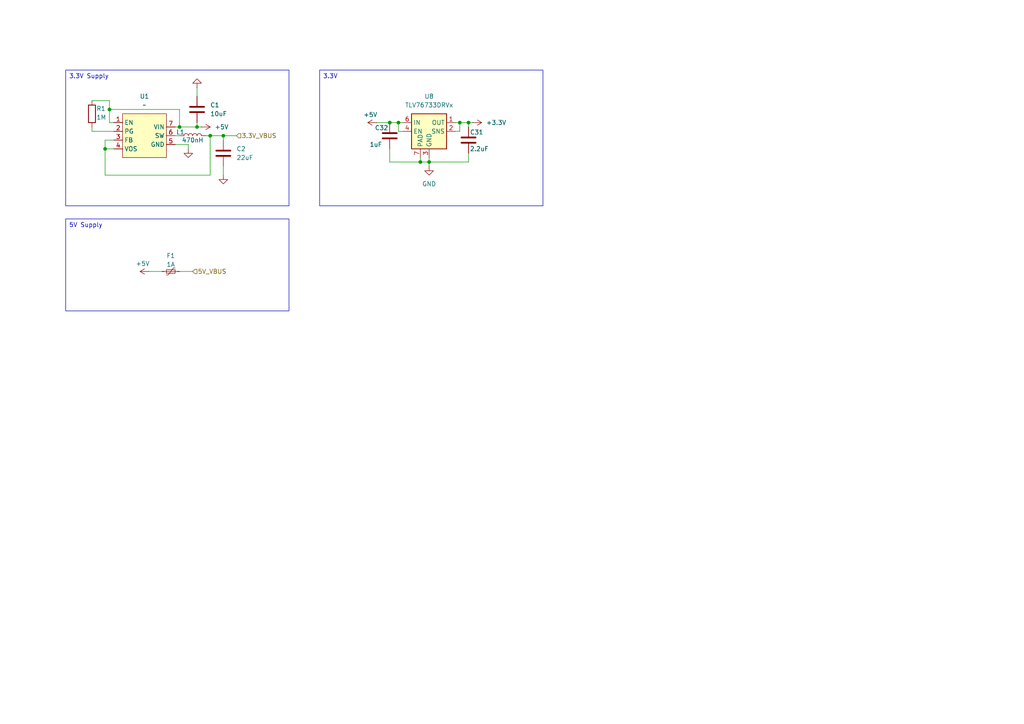
<source format=kicad_sch>
(kicad_sch (version 20250114) (generator "eeschema") (generator_version "9.0")
  (paper "A4")
  (lib_symbols
    (symbol "Device:C" (pin_numbers (hide yes)) (pin_names (offset 0.254))
      (property "Reference" "C" (at 0.635 2.54 0))
      (property "Value" "C" (at 0.635 -2.54 0))
      (symbol "C_0_1"
        (polyline (pts (xy -2.032 0.762) (xy 2.032 0.762)) (stroke (width 0.508)))
        (polyline (pts (xy -2.032 -0.762) (xy 2.032 -0.762)) (stroke (width 0.508)))
      )
      (symbol "C_1_1"
        (pin passive line (at 0 3.81 270) (length 2.794) (name "~") (number "1"))
        (pin passive line (at 0 -3.81 90) (length 2.794) (name "~") (number "2"))
      )
    )
    (symbol "Device:L" (pin_numbers (hide yes)) (pin_names (offset 1.016) (hide yes))
      (property "Reference" "L" (at -1.27 0 90))
      (property "Value" "L" (at 1.905 0 90))
      (symbol "L_0_1"
        (arc (start 0 2.54) (mid 0.6323 1.905) (end 0 1.27))
        (arc (start 0 1.27) (mid 0.6323 0.635) (end 0 0))
        (arc (start 0 0) (mid 0.6323 -0.635) (end 0 -1.27))
        (arc (start 0 -1.27) (mid 0.6323 -1.905) (end 0 -2.54))
      )
      (symbol "L_1_1"
        (pin passive line (at 0 3.81 270) (length 1.27) (name "1") (number "1"))
        (pin passive line (at 0 -3.81 90) (length 1.27) (name "2") (number "2"))
      )
    )
    (symbol "Device:Polyfuse_Small" (pin_numbers (hide yes)) (pin_names (offset 0))
      (property "Reference" "F" (at -1.905 0 90))
      (property "Value" "Polyfuse_Small" (at 1.905 0 90))
      (symbol "Polyfuse_Small_0_1"
        (polyline (pts (xy -1.016 1.27) (xy -1.016 0.762) (xy 1.016 -0.762) (xy 1.016 -1.27)))
        (rectangle (start -0.508 1.27) (end 0.508 -1.27))
        (polyline (pts (xy 0 2.54) (xy 0 -2.54)))
      )
      (symbol "Polyfuse_Small_1_1"
        (pin passive line (at 0 2.54 270) (length 0.635) (name "~") (number "1"))
        (pin passive line (at 0 -2.54 90) (length 0.635) (name "~") (number "2"))
      )
    )
    (symbol "Device:R" (pin_numbers (hide yes)) (pin_names (offset 0))
      (property "Reference" "R" (at 2.032 0 90))
      (property "Value" "R" (at 0 0 90))
      (symbol "R_0_1"
        (rectangle (start -1.016 -2.54) (end 1.016 2.54) (stroke (width 0.254)))
      )
      (symbol "R_1_1"
        (pin passive line (at 0 3.81 270) (length 1.27) (name "~") (number "1"))
        (pin passive line (at 0 -3.81 90) (length 1.27) (name "~") (number "2"))
      )
    )
    (symbol "Regulator_Linear:TLV76733DRVx"
      (property "Reference" "U" (at 0 8.89 0))
      (property "Value" "TLV76733DRVx" (at 0 6.35 0))
      (symbol "TLV76733DRVx_0_1"
        (rectangle (start -5.08 -5.08) (end 5.08 5.08) (stroke (width 0.254)) (fill (type background)))
      )
      (symbol "TLV76733DRVx_1_1"
        (pin power_in line (at -7.62 2.54 0) (length 2.54) (name "IN") (number "6"))
        (pin input line (at -7.62 0 0) (length 2.54) (name "EN") (number "4"))
        (pin passive line (at -2.54 -7.62 90) (length 2.54) (name "PAD") (number "7"))
        (pin power_in line (at 0 -7.62 90) (length 2.54) (name "GND") (number "3"))
        (pin passive line (at 0 -7.62 90) (length 2.54) (hide yes) (name "GND") (number "5"))
        (pin power_out line (at 7.62 2.54 180) (length 2.54) (name "OUT") (number "1"))
        (pin input line (at 7.62 0 180) (length 2.54) (name "SNS") (number "2"))
      )
    )
    (symbol "Regulator_Switching:TPS62086"
      (property "Reference" "U" (at 0 0 0))
      (symbol "TPS62086_1_1"
        (rectangle (start -6.35 6.35) (end 6.35 -6.35) (fill (type background)))
        (pin passive line (at -8.89 3.81 0) (length 2.54) (name "EN") (number "1"))
        (pin passive line (at -8.89 1.27 0) (length 2.54) (name "PG") (number "2"))
        (pin passive line (at -8.89 -1.27 0) (length 2.54) (name "FB") (number "3"))
        (pin passive line (at -8.89 -3.81 0) (length 2.54) (name "VOS") (number "4"))
        (pin passive line (at 8.89 2.54 180) (length 2.54) (name "VIN") (number "7"))
        (pin passive line (at 8.89 0 180) (length 2.54) (name "SW") (number "6"))
        (pin passive line (at 8.89 -2.54 180) (length 2.54) (name "GND") (number "5"))
      )
    )
    (symbol "power:+3.3V" (power) (pin_numbers (hide yes)) (pin_names (offset 0) (hide yes))
      (property "Value" "+3.3V" (at 0 3.556 0))
      (symbol "+3.3V_0_1"
        (polyline (pts (xy -0.762 1.27) (xy 0 2.54)))
        (polyline (pts (xy 0 2.54) (xy 0.762 1.27)))
        (polyline (pts (xy 0 0) (xy 0 2.54)))
      )
      (symbol "+3.3V_1_1"
        (pin power_in line (at 0 0 90) (length 0) (name "~") (number "1"))
      )
    )
    (symbol "power:+5V" (power) (pin_numbers (hide yes)) (pin_names (offset 0) (hide yes))
      (property "Value" "+5V" (at 0 3.556 0))
      (symbol "+5V_0_1"
        (polyline (pts (xy -0.762 1.27) (xy 0 2.54)))
        (polyline (pts (xy 0 2.54) (xy 0.762 1.27)))
        (polyline (pts (xy 0 0) (xy 0 2.54)))
      )
      (symbol "+5V_1_1"
        (pin power_in line (at 0 0 90) (length 0) (name "~") (number "1"))
      )
    )
    (symbol "power:GND" (power) (pin_numbers (hide yes)) (pin_names (offset 0) (hide yes))
      (property "Value" "GND" (at 0 -3.81 0))
      (symbol "GND_0_1"
        (polyline (pts (xy 0 0) (xy 0 -1.27) (xy 1.27 -1.27) (xy 0 -2.54) (xy -1.27 -1.27) (xy 0 -1.27)))
      )
      (symbol "GND_1_1"
        (pin power_in line (at 0 0 270) (length 0) (name "~") (number "1"))
      )
    )
  )
  (text_box "3.3V Supply" (at 19.05 20.32 0) (size 64.77 39.37) (margins 0.9525 0.9525 0.9525 0.9525) (fill (type color)) (effects (font (size 1.27 1.27)) (justify left top)))
  (text_box "3.3V\n" (at 92.71 20.32 0) (size 64.77 39.37) (margins 0.9525 0.9525 0.9525 0.9525) (fill (type color)) (effects (font (size 1.27 1.27)) (justify left top)))
  (text_box "5V Supply\n" (at 19.05 63.5 0) (size 64.77 26.67) (margins 0.9525 0.9525 0.9525 0.9525) (fill (type color)) (effects (font (size 1.27 1.27)) (justify left top)))
  (junction (at 135.89 35.56))
  (junction (at 30.48 43.18))
  (junction (at 124.46 46.99))
  (junction (at 121.92 46.99))
  (junction (at 60.96 39.37))
  (junction (at 64.77 39.37))
  (junction (at 115.57 35.56))
  (junction (at 57.15 36.83))
  (junction (at 31.75 31.75))
  (junction (at 133.35 35.56))
  (junction (at 52.07 36.83))
  (junction (at 113.03 35.56))
  (wire (pts (xy 30.48 43.18) (xy 33.02 43.18)))
  (wire (pts (xy 33.02 40.64) (xy 30.48 40.64)))
  (wire (pts (xy 52.07 31.75) (xy 52.07 36.83)))
  (wire (pts (xy 54.61 41.91) (xy 50.8 41.91)))
  (wire (pts (xy 57.15 36.83) (xy 57.15 35.56)))
  (wire (pts (xy 43.18 78.74) (xy 46.99 78.74)))
  (wire (pts (xy 133.35 38.1) (xy 133.35 35.56)))
  (wire (pts (xy 109.22 35.56) (xy 113.03 35.56)))
  (wire (pts (xy 64.77 39.37) (xy 60.96 39.37)))
  (wire (pts (xy 113.03 46.99) (xy 121.92 46.99)))
  (wire (pts (xy 26.67 38.1) (xy 33.02 38.1)))
  (wire (pts (xy 113.03 35.56) (xy 115.57 35.56)))
  (wire (pts (xy 60.96 50.8) (xy 30.48 50.8)))
  (wire (pts (xy 133.35 35.56) (xy 135.89 35.56)))
  (wire (pts (xy 115.57 38.1) (xy 115.57 35.56)))
  (wire (pts (xy 116.84 38.1) (xy 115.57 38.1)))
  (wire (pts (xy 115.57 35.56) (xy 116.84 35.56)))
  (wire (pts (xy 57.15 36.83) (xy 58.42 36.83)))
  (wire (pts (xy 30.48 40.64) (xy 30.48 43.18)))
  (wire (pts (xy 50.8 36.83) (xy 52.07 36.83)))
  (wire (pts (xy 31.75 29.21) (xy 31.75 31.75)))
  (wire (pts (xy 60.96 39.37) (xy 60.96 50.8)))
  (wire (pts (xy 33.02 35.56) (xy 31.75 35.56)))
  (wire (pts (xy 31.75 31.75) (xy 52.07 31.75)))
  (wire (pts (xy 124.46 46.99) (xy 121.92 46.99)))
  (wire (pts (xy 64.77 39.37) (xy 68.58 39.37)))
  (wire (pts (xy 135.89 35.56) (xy 137.16 35.56)))
  (wire (pts (xy 121.92 45.72) (xy 121.92 46.99)))
  (wire (pts (xy 135.89 44.45) (xy 135.89 46.99)))
  (wire (pts (xy 64.77 48.26) (xy 64.77 50.8)))
  (wire (pts (xy 54.61 43.18) (xy 54.61 41.91)))
  (wire (pts (xy 135.89 46.99) (xy 124.46 46.99)))
  (wire (pts (xy 57.15 25.4) (xy 57.15 27.94)))
  (wire (pts (xy 30.48 50.8) (xy 30.48 43.18)))
  (wire (pts (xy 124.46 48.26) (xy 124.46 46.99)))
  (wire (pts (xy 31.75 35.56) (xy 31.75 31.75)))
  (wire (pts (xy 113.03 43.18) (xy 113.03 46.99)))
  (wire (pts (xy 132.08 38.1) (xy 133.35 38.1)))
  (wire (pts (xy 132.08 35.56) (xy 133.35 35.56)))
  (wire (pts (xy 26.67 29.21) (xy 31.75 29.21)))
  (wire (pts (xy 64.77 40.64) (xy 64.77 39.37)))
  (wire (pts (xy 26.67 36.83) (xy 26.67 38.1)))
  (wire (pts (xy 52.07 78.74) (xy 55.88 78.74)))
  (wire (pts (xy 59.69 39.37) (xy 60.96 39.37)))
  (wire (pts (xy 124.46 45.72) (xy 124.46 46.99)))
  (wire (pts (xy 135.89 36.83) (xy 135.89 35.56)))
  (wire (pts (xy 50.8 39.37) (xy 52.07 39.37)))
  (wire (pts (xy 52.07 36.83) (xy 57.15 36.83)))
  (hierarchical_label "5V_VBUS" (shape input) (at 55.88 78.74 0))
  (hierarchical_label "3.3V_VBUS" (shape input) (at 68.58 39.37 0))
  (symbol (lib_id "power:+5V") (at 109.22 35.56 90) (unit 1)
    (property "Reference" "#PWR068" (effects (hide yes)))
    (property "Value" "+5V" (at 109.474 33.274 90) (effects (justify left)))
    (property "Description" "Power symbol creates a global label with name \"+5V\"" (effects (hide yes)))
  )
  (symbol (lib_id "Device:C") (at 135.89 40.64 0) (mirror y) (unit 1)
    (property "Reference" "C31" (at 140.208 38.354 0) (effects (justify left)))
    (property "Value" "2.2uF" (at 141.732 43.18 0) (effects (justify left)))
    (property "Footprint" "Capacitor_SMD:C_0603_1608Metric" (effects (hide yes)))
    (property "Description" "Unpolarized capacitor" (effects (hide yes)))
  )
  (symbol (lib_id "power:+3.3V") (at 137.16 35.56 270) (unit 1)
    (property "Reference" "#PWR070" (effects (hide yes)))
    (property "Value" "+3.3V" (at 140.97 35.5599 90) (effects (justify left)))
    (property "Description" "Power symbol creates a global label with name \"+3.3V\"" (effects (hide yes)))
  )
  (symbol (lib_id "Device:L") (at 55.88 39.37 90) (unit 1)
    (property "Reference" "L1" (at 52.324 38.354 90))
    (property "Value" "470nH" (at 55.88 40.64 90))
    (property "Footprint" "Inductor_SMD:L_0603_1608Metric" (effects (hide yes)))
    (property "Description" "Inductor" (effects (hide yes)))
  )
  (symbol (lib_id "Regulator_Linear:TLV76733DRVx") (at 124.46 38.1 0) (unit 1)
    (property "Reference" "U8" (at 124.46 27.94 0))
    (property "Value" "TLV76733DRVx" (at 124.46 30.48 0))
    (property "Footprint" "PCM_Package_SON_AKL:WSON-6-1EP_2x2mm_P0.65mm_EP1x1.6mm" (effects (hide yes)))
    (property "Datasheet" "www.ti.com/lit/gpn/TLV767" (effects (hide yes)))
    (property "Description" "1A Precision Linear Voltage Regulator, with enable pin, Fixed Output 3.3V, WSON6" (effects (hide yes)))
  )
  (symbol (lib_id "power:GND") (at 64.77 50.8 0) (unit 1)
    (property "Reference" "#PWR04" (effects (hide yes)))
    (property "Value" "GND" (effects (hide yes)))
    (property "Description" "Power symbol creates a global label with name \"GND\" , ground" (effects (hide yes)))
  )
  (symbol (lib_id "Regulator_Switching:TPS62086") (at 41.91 39.37 0) (unit 1)
    (property "Reference" "U1" (at 41.91 27.94 0))
    (property "Value" "~" (at 41.91 30.48 0))
    (property "Footprint" "Package_SON:RLT0007A" (effects (hide yes)))
  )
  (symbol (lib_id "power:GND") (at 124.46 48.26 0) (unit 1)
    (property "Reference" "#PWR069" (effects (hide yes)))
    (property "Value" "GND" (at 124.46 53.34 0))
    (property "Description" "Power symbol creates a global label with name \"GND\" , ground" (effects (hide yes)))
  )
  (symbol (lib_id "power:+5V") (at 43.18 78.74 90) (unit 1)
    (property "Reference" "#PWR05" (effects (hide yes)))
    (property "Value" "+5V" (at 43.434 76.454 90) (effects (justify left)))
    (property "Description" "Power symbol creates a global label with name \"+5V\"" (effects (hide yes)))
  )
  (symbol (lib_id "Device:C") (at 64.77 44.45 0) (unit 1)
    (property "Reference" "C2" (at 68.58 43.1799 0) (effects (justify left)))
    (property "Value" "22uF" (at 68.58 45.7199 0) (effects (justify left)))
    (property "Footprint" "Capacitor_SMD:C_0603_1608Metric" (effects (hide yes)))
    (property "Description" "Unpolarized capacitor" (effects (hide yes)))
  )
  (symbol (lib_id "power:GND") (at 57.15 25.4 180) (unit 1)
    (property "Reference" "#PWR02" (effects (hide yes)))
    (property "Value" "GND" (effects (hide yes)))
    (property "Description" "Power symbol creates a global label with name \"GND\" , ground" (effects (hide yes)))
  )
  (symbol (lib_id "power:+5V") (at 58.42 36.83 270) (unit 1)
    (property "Reference" "#PWR03" (effects (hide yes)))
    (property "Value" "+5V" (at 62.23 36.8299 90) (effects (justify left)))
    (property "Description" "Power symbol creates a global label with name \"+5V\"" (effects (hide yes)))
  )
  (symbol (lib_id "power:GND") (at 54.61 43.18 0) (unit 1)
    (property "Reference" "#PWR01" (effects (hide yes)))
    (property "Value" "GND" (effects (hide yes)))
    (property "Description" "Power symbol creates a global label with name \"GND\" , ground" (effects (hide yes)))
  )
  (symbol (lib_id "Device:Polyfuse_Small") (at 49.53 78.74 90) (unit 1)
    (property "Reference" "F1" (at 49.53 74.168 90))
    (property "Value" "1A" (at 49.53 76.708 90))
    (property "Footprint" "Fuse:Fuse_1206_3216Metric" (effects (hide yes)))
    (property "Description" "Resettable fuse, polymeric positive temperature coefficient, small symbol" (effects (hide yes)))
  )
  (symbol (lib_id "Device:R") (at 26.67 33.02 0) (unit 1)
    (property "Reference" "R1" (at 27.94 31.496 0) (effects (justify left)))
    (property "Value" "1M" (at 27.94 34.036 0) (effects (justify left)))
    (property "Footprint" "PCM_Resistor_SMD_AKL:R_0603_1608Metric" (effects (hide yes)))
    (property "Description" "Resistor" (effects (hide yes)))
  )
  (symbol (lib_id "Device:C") (at 57.15 31.75 0) (unit 1)
    (property "Reference" "C1" (at 60.96 30.4799 0) (effects (justify left)))
    (property "Value" "10uF" (at 60.96 33.0199 0) (effects (justify left)))
    (property "Footprint" "Capacitor_SMD:C_0603_1608Metric" (effects (hide yes)))
    (property "Description" "Unpolarized capacitor" (effects (hide yes)))
  )
  (symbol (lib_id "Device:C") (at 113.03 39.37 0) (unit 1)
    (property "Reference" "C32" (at 108.712 37.084 0) (effects (justify left)))
    (property "Value" "1uF" (at 107.188 41.91 0) (effects (justify left)))
    (property "Footprint" "Capacitor_SMD:C_0603_1608Metric" (effects (hide yes)))
    (property "Description" "Unpolarized capacitor" (effects (hide yes)))
  )
)
</source>
